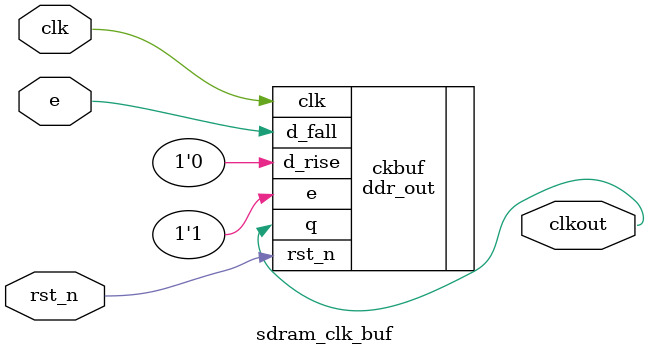
<source format=v>
module sdram_clk_buf (
	input  wire clk,
	input  wire rst_n,
	input  wire e,
	output wire clkout
);

// Inverted clock output to get centre-aligned SDR
ddr_out ckbuf (
	.clk (clk),
	.rst_n (rst_n),

	.d_rise (1'b0),
	.d_fall (e),
	.e      (1'b1),
	.q      (clkout)
);

endmodule

</source>
